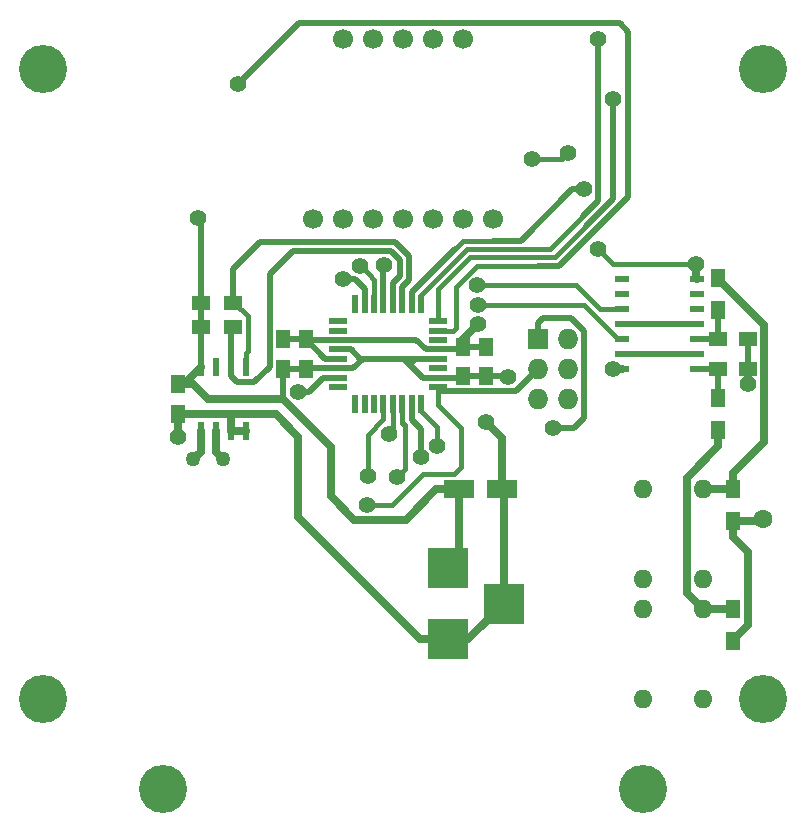
<source format=gbr>
G04 #@! TF.FileFunction,Copper,L1,Top,Signal*
%FSLAX46Y46*%
G04 Gerber Fmt 4.6, Leading zero omitted, Abs format (unit mm)*
G04 Created by KiCad (PCBNEW (2015-12-07 BZR 6352)-product) date Sat 20 Feb 2016 08:53:46 AM EST*
%MOMM*%
G01*
G04 APERTURE LIST*
%ADD10C,0.100000*%
%ADD11R,1.600000X0.550000*%
%ADD12R,0.550000X1.600000*%
%ADD13R,0.600000X1.550000*%
%ADD14R,1.250000X1.500000*%
%ADD15R,1.500000X1.250000*%
%ADD16R,1.727200X1.727200*%
%ADD17O,1.727200X1.727200*%
%ADD18R,3.500120X3.500120*%
%ADD19R,1.300000X1.500000*%
%ADD20O,1.600000X1.600000*%
%ADD21R,1.143000X0.508000*%
%ADD22C,1.270000*%
%ADD23R,1.500000X1.300000*%
%ADD24C,1.700000*%
%ADD25C,4.064000*%
%ADD26R,2.600960X1.600200*%
%ADD27C,1.400000*%
%ADD28C,1.600000*%
%ADD29C,0.508000*%
%ADD30C,0.635000*%
%ADD31C,0.431800*%
G04 APERTURE END LIST*
D10*
D11*
X27500000Y44710000D03*
X27500000Y43910000D03*
X27500000Y43110000D03*
X27500000Y42310000D03*
X27500000Y41510000D03*
X27500000Y40710000D03*
X27500000Y39910000D03*
X27500000Y39110000D03*
D12*
X28950000Y37660000D03*
X29750000Y37660000D03*
X30550000Y37660000D03*
X31350000Y37660000D03*
X32150000Y37660000D03*
X32950000Y37660000D03*
X33750000Y37660000D03*
X34550000Y37660000D03*
D11*
X36000000Y39110000D03*
X36000000Y39910000D03*
X36000000Y40710000D03*
X36000000Y41510000D03*
X36000000Y42310000D03*
X36000000Y43110000D03*
X36000000Y43910000D03*
X36000000Y44710000D03*
D12*
X34550000Y46160000D03*
X33750000Y46160000D03*
X32950000Y46160000D03*
X32150000Y46160000D03*
X31350000Y46160000D03*
X30550000Y46160000D03*
X29750000Y46160000D03*
X28950000Y46160000D03*
D13*
X15875000Y35400000D03*
X17145000Y35400000D03*
X18415000Y35400000D03*
X19685000Y35400000D03*
X19685000Y40800000D03*
X18415000Y40800000D03*
X17145000Y40800000D03*
X15875000Y40800000D03*
D14*
X40005000Y40025000D03*
X40005000Y42525000D03*
X24765000Y40660000D03*
X24765000Y43160000D03*
X38100000Y40025000D03*
X38100000Y42525000D03*
X22860000Y40660000D03*
X22860000Y43160000D03*
X13970000Y39350000D03*
X13970000Y36850000D03*
D15*
X59710000Y40640000D03*
X62210000Y40640000D03*
X59710000Y43180000D03*
X62210000Y43180000D03*
D16*
X44450000Y43180000D03*
D17*
X46990000Y43180000D03*
X44450000Y40640000D03*
X46990000Y40640000D03*
X44450000Y38100000D03*
X46990000Y38100000D03*
D18*
X36830000Y23779480D03*
X36830000Y17780000D03*
X41529000Y20779740D03*
D19*
X60960000Y30480000D03*
X60960000Y27780000D03*
X60960000Y20320000D03*
X60960000Y17620000D03*
X59690000Y48340000D03*
X59690000Y45640000D03*
X59690000Y38180000D03*
X59690000Y35480000D03*
D20*
X53340000Y22860000D03*
X58420000Y22860000D03*
X58420000Y30480000D03*
X53340000Y30480000D03*
X53340000Y12700000D03*
X58420000Y12700000D03*
X58420000Y20320000D03*
X53340000Y20320000D03*
D21*
X57912000Y40640000D03*
X57912000Y41910000D03*
X57912000Y43180000D03*
X57912000Y44450000D03*
X57912000Y45720000D03*
X57912000Y46990000D03*
X57912000Y48260000D03*
X51562000Y48260000D03*
X51562000Y46990000D03*
X51562000Y44450000D03*
X51562000Y43180000D03*
X51562000Y41910000D03*
X51562000Y40640000D03*
X51562000Y45720000D03*
D22*
X15240000Y33020000D03*
X17780000Y33020000D03*
D23*
X15922000Y44196000D03*
X18622000Y44196000D03*
X15922000Y46228000D03*
X18622000Y46228000D03*
D24*
X25400000Y53340000D03*
X27940000Y53340000D03*
X30480000Y53340000D03*
X33020000Y53340000D03*
X35560000Y53340000D03*
X38100000Y53340000D03*
X40640000Y53340000D03*
X38100000Y68580000D03*
X35560000Y68580000D03*
X33020000Y68580000D03*
X30480000Y68580000D03*
X27940000Y68580000D03*
D25*
X63500000Y66040000D03*
X63500000Y12700000D03*
X2540000Y12700000D03*
X2540000Y66040000D03*
D26*
X37779960Y30480000D03*
X41381680Y30480000D03*
D25*
X12700000Y5080000D03*
X53340000Y5080000D03*
D27*
X15609224Y53399806D03*
X41911520Y40005000D03*
X50800000Y40640000D03*
D28*
X63500000Y27940000D03*
D27*
X39370000Y44450000D03*
X40005000Y36195000D03*
X49530000Y50800000D03*
X62230000Y39370000D03*
X57785000Y49530000D03*
X13970000Y34925000D03*
X45720000Y35621999D03*
X35923270Y34128732D03*
X29974503Y29168739D03*
X34516006Y33232461D03*
X31426233Y49429920D03*
X24130000Y38735000D03*
X30027055Y31593989D03*
X46978070Y58913838D03*
X43900711Y58409861D03*
X31805265Y35109240D03*
X32481241Y31486090D03*
X19050000Y64770000D03*
X50800000Y63500000D03*
X49530000Y68580000D03*
X48321980Y55880000D03*
X29394738Y49386309D03*
X39260934Y47754425D03*
X39370000Y46104013D03*
X27940000Y48260000D03*
D29*
X28592202Y40710000D02*
X27500000Y40710000D01*
X27500000Y40710000D02*
X28808000Y40710000D01*
X24815000Y40710000D02*
X27500000Y40710000D01*
X36000000Y39910000D02*
X34692000Y39910000D01*
X37985000Y39910000D02*
X36000000Y39910000D01*
X38100000Y40025000D02*
X37985000Y39910000D01*
D30*
X37779960Y30480000D02*
X37779960Y24729440D01*
X37779960Y24729440D02*
X36830000Y23779480D01*
D29*
X15922000Y46228000D02*
X15922000Y53087030D01*
X15922000Y53087030D02*
X15609224Y53399806D01*
X15922000Y44196000D02*
X15922000Y46228000D01*
X15875000Y40800000D02*
X15875000Y44149000D01*
X15875000Y44149000D02*
X15922000Y44196000D01*
X36000000Y41510000D02*
X34036000Y41510000D01*
X34036000Y41510000D02*
X33528000Y41510000D01*
X33528000Y41074000D02*
X33600000Y41074000D01*
X33600000Y41074000D02*
X34036000Y41510000D01*
X33020000Y41510000D02*
X29972000Y41510000D01*
X33528000Y41510000D02*
X33020000Y41510000D01*
X33020000Y41510000D02*
X33092000Y41510000D01*
X33092000Y41510000D02*
X33528000Y41074000D01*
X33528000Y41074000D02*
X33528000Y41510000D01*
X34692000Y39910000D02*
X33528000Y41074000D01*
X29972000Y41510000D02*
X29392202Y41510000D01*
X28808000Y40710000D02*
X29608000Y41510000D01*
X29608000Y41510000D02*
X29972000Y41510000D01*
D30*
X26893891Y29891830D02*
X26893891Y34066109D01*
X36830000Y30480000D02*
X35830510Y30480000D01*
X26893891Y34066109D02*
X22860000Y38100000D01*
X35830510Y30480000D02*
X33247747Y27897237D01*
X28888484Y27897237D02*
X26893891Y29891830D01*
X33247747Y27897237D02*
X28888484Y27897237D01*
D29*
X40005000Y40025000D02*
X41891520Y40025000D01*
X41891520Y40025000D02*
X41911520Y40005000D01*
X24765000Y40660000D02*
X24815000Y40710000D01*
X22860000Y40660000D02*
X24765000Y40660000D01*
X22860000Y38100000D02*
X22860000Y40660000D01*
D30*
X13970000Y39350000D02*
X15230000Y39350000D01*
X15230000Y39350000D02*
X16480000Y38100000D01*
X16480000Y38100000D02*
X22860000Y38100000D01*
D29*
X40005000Y40025000D02*
X38100000Y40025000D01*
X36000000Y41510000D02*
X34907798Y41510000D01*
X29392202Y41510000D02*
X28592202Y42310000D01*
X28592202Y42310000D02*
X27500000Y42310000D01*
X28592202Y42310000D02*
X28754001Y42148201D01*
D30*
X50800000Y40640000D02*
X51562000Y40640000D01*
X13970000Y39350000D02*
X14425000Y39350000D01*
X14425000Y39350000D02*
X15875000Y40800000D01*
D29*
X27500000Y41510000D02*
X26415000Y41510000D01*
X26415000Y41510000D02*
X24765000Y43160000D01*
X24815000Y43110000D02*
X27500000Y43110000D01*
X24765000Y43160000D02*
X24815000Y43110000D01*
X27500000Y43110000D02*
X34107798Y43110000D01*
X37885000Y42310000D02*
X36000000Y42310000D01*
X38100000Y42525000D02*
X37885000Y42310000D01*
X34907798Y42310000D02*
X36000000Y42310000D01*
X34107798Y43110000D02*
X34907798Y42310000D01*
D30*
X60960000Y27780000D02*
X63340000Y27780000D01*
X63340000Y27780000D02*
X63500000Y27940000D01*
X41529000Y20779740D02*
X41529000Y30332680D01*
X41529000Y30332680D02*
X41381680Y30480000D01*
X41381680Y30480000D02*
X41381680Y34818320D01*
X41381680Y34818320D02*
X40005000Y36195000D01*
X34444940Y17780000D02*
X36830000Y17780000D01*
X24130000Y34925000D02*
X24130000Y28094940D01*
X24130000Y28094940D02*
X34444940Y17780000D01*
X22245000Y36810000D02*
X24130000Y34925000D01*
X60960000Y17620000D02*
X60960000Y17720000D01*
X60960000Y17720000D02*
X62181501Y18941501D01*
X62181501Y18941501D02*
X62181501Y25173499D01*
X62181501Y25173499D02*
X60960000Y26395000D01*
X60960000Y26395000D02*
X60960000Y27780000D01*
X38100000Y43180000D02*
X39370000Y44450000D01*
X38100000Y42525000D02*
X38100000Y43180000D01*
D31*
X49530000Y50800000D02*
X50800000Y49530000D01*
X50800000Y49530000D02*
X57785000Y49530000D01*
D30*
X62210000Y40640000D02*
X62210000Y39390000D01*
X62210000Y39390000D02*
X62230000Y39370000D01*
D29*
X22860000Y43160000D02*
X24765000Y43160000D01*
D30*
X13970000Y36850000D02*
X22205000Y36850000D01*
X22205000Y36850000D02*
X22245000Y36810000D01*
X13970000Y36850000D02*
X17780000Y36850000D01*
X18415000Y36810000D02*
X22245000Y36810000D01*
D29*
X40005000Y42525000D02*
X38100000Y42525000D01*
D30*
X57785000Y49530000D02*
X57785000Y48387000D01*
X57785000Y48387000D02*
X57912000Y48260000D01*
D29*
X62210000Y43180000D02*
X62210000Y40640000D01*
D30*
X13970000Y36850000D02*
X13970000Y34925000D01*
X18375000Y36850000D02*
X18415000Y36810000D01*
X18415000Y36810000D02*
X18415000Y35400000D01*
X18415000Y35400000D02*
X19685000Y35400000D01*
X36830000Y17780000D02*
X38529260Y17780000D01*
X38529260Y17780000D02*
X41529000Y20779740D01*
D29*
X59710000Y40640000D02*
X59710000Y38200000D01*
X59710000Y38200000D02*
X59690000Y38180000D01*
X57912000Y40640000D02*
X59710000Y40640000D01*
X59710000Y43180000D02*
X57912000Y43180000D01*
X59690000Y45640000D02*
X59690000Y43200000D01*
X59690000Y43200000D02*
X59710000Y43180000D01*
X47489923Y35621999D02*
X45720000Y35621999D01*
X44450000Y44551600D02*
X44450000Y43180000D01*
X44894489Y44996089D02*
X44450000Y44551600D01*
X48361601Y36493677D02*
X48361601Y43838369D01*
X47203881Y44996089D02*
X44894489Y44996089D01*
X48361601Y43838369D02*
X47203881Y44996089D01*
X47489923Y35621999D02*
X48361601Y36493677D01*
D31*
X35923270Y35118681D02*
X35923270Y34128732D01*
X35923270Y35761730D02*
X35923270Y35118681D01*
X34550000Y37135000D02*
X35923270Y35761730D01*
X34550000Y37660000D02*
X34550000Y37135000D01*
X36000000Y37628959D02*
X36000000Y39110000D01*
D29*
X36343001Y38766999D02*
X39370000Y38766999D01*
X36000000Y39110000D02*
X36343001Y38766999D01*
D31*
X36832541Y36796418D02*
X36000000Y37628959D01*
X34654489Y31750001D02*
X32073227Y29168739D01*
X37934932Y35697193D02*
X37934932Y32385998D01*
X32073227Y29168739D02*
X30964452Y29168739D01*
X37934932Y32385998D02*
X37298935Y31750001D01*
X37298935Y31750001D02*
X34654489Y31750001D01*
X36835707Y36796418D02*
X37934932Y35697193D01*
X30964452Y29168739D02*
X29974503Y29168739D01*
D29*
X39370000Y38766999D02*
X42576999Y38766999D01*
X43586401Y39776401D02*
X44450000Y40640000D01*
X42576999Y38766999D02*
X43586401Y39776401D01*
X33750000Y37660000D02*
X33750000Y36352000D01*
X34516006Y34222410D02*
X34516006Y33232461D01*
X34516006Y35585994D02*
X34516006Y34222410D01*
X33750000Y36352000D02*
X34516006Y35585994D01*
X31350000Y46160000D02*
X31350000Y49353687D01*
X31350000Y49353687D02*
X31426233Y49429920D01*
X27500000Y39910000D02*
X26192000Y39910000D01*
X25017000Y38735000D02*
X24130000Y38735000D01*
X26192000Y39910000D02*
X25017000Y38735000D01*
D31*
X31350000Y37660000D02*
X31350000Y36428200D01*
X31350000Y36428200D02*
X30027055Y35105255D01*
X30027055Y35105255D02*
X30027055Y32583938D01*
X30027055Y32583938D02*
X30027055Y31593989D01*
X46474093Y58409861D02*
X46978070Y58913838D01*
X43900711Y58409861D02*
X46474093Y58409861D01*
X32150000Y35453975D02*
X31805265Y35109240D01*
X32150000Y37660000D02*
X32150000Y35453975D01*
X33181240Y35887602D02*
X33181240Y32186089D01*
X32950000Y36118842D02*
X33181240Y35887602D01*
X32950000Y37660000D02*
X32950000Y36118842D01*
X33181240Y32186089D02*
X32481241Y31486090D01*
X37465000Y47625000D02*
X39230279Y49390279D01*
X36000000Y43910000D02*
X37231800Y43910000D01*
X39230279Y49390279D02*
X44450000Y49390279D01*
X37231800Y43910000D02*
X37465000Y44143200D01*
X37465000Y44143200D02*
X37465000Y47625000D01*
X44450000Y49390279D02*
X45062437Y49390279D01*
D29*
X48833001Y52008001D02*
X46215279Y49390279D01*
X46215279Y49390279D02*
X44450000Y49390279D01*
X52070000Y55245000D02*
X52070000Y69215000D01*
X19749999Y65469999D02*
X19050000Y64770000D01*
X24218001Y69938001D02*
X19749999Y65469999D01*
X48833001Y52008001D02*
X52070000Y55245000D01*
X51346999Y69938001D02*
X24218001Y69938001D01*
X52070000Y69215000D02*
X51346999Y69938001D01*
D31*
X45861544Y50114190D02*
X48517367Y52770013D01*
X44708702Y50114190D02*
X38684190Y50114190D01*
X38684190Y50114190D02*
X36000000Y47430000D01*
X44708702Y50114190D02*
X45861544Y50114190D01*
X36000000Y45416800D02*
X36000000Y44710000D01*
X36000000Y47430000D02*
X36000000Y45416800D01*
D29*
X48517367Y52770013D02*
X50800000Y55052646D01*
X50800000Y55052646D02*
X50800000Y62510051D01*
X50800000Y62510051D02*
X50800000Y63500000D01*
D31*
X45469708Y50800000D02*
X48260000Y53590292D01*
X44316866Y50800000D02*
X45469708Y50800000D01*
X44316866Y50800000D02*
X38400117Y50800000D01*
X34550000Y46949883D02*
X34550000Y46160000D01*
X38400117Y50800000D02*
X34550000Y46949883D01*
D29*
X48201731Y53532023D02*
X48260000Y53590292D01*
X48260000Y53590292D02*
X49530000Y54860292D01*
X48201729Y53532021D02*
X48201731Y53532023D01*
X49530000Y54860292D02*
X49530000Y67590051D01*
X49530000Y67590051D02*
X49530000Y68580000D01*
X33750000Y46160000D02*
X33750000Y47173647D01*
X33750000Y47173647D02*
X37376353Y50800000D01*
D31*
X38100264Y51523911D02*
X37376353Y50800000D01*
X40639734Y51523911D02*
X38100264Y51523911D01*
D29*
X42975942Y51523911D02*
X47332031Y55880000D01*
X47332031Y55880000D02*
X48321980Y55880000D01*
X40639734Y51523911D02*
X42975942Y51523911D01*
X32950001Y47627048D02*
X32950000Y46160000D01*
X18622000Y46228000D02*
X18622000Y49102000D01*
X18622000Y49102000D02*
X20919932Y51399932D01*
X32321709Y51399932D02*
X33531998Y50189643D01*
X20919932Y51399932D02*
X32321709Y51399932D01*
X33531998Y50189643D02*
X33531998Y48209047D01*
X33531998Y48209047D02*
X32950001Y47627048D01*
D31*
X18722000Y46228000D02*
X18622000Y46228000D01*
X19685000Y40800000D02*
X19685000Y42006800D01*
X19685000Y42006800D02*
X19837901Y42159701D01*
X19837901Y42159701D02*
X19837901Y45112099D01*
X19837901Y45112099D02*
X18722000Y46228000D01*
X18795810Y46054190D02*
X18622000Y46054190D01*
D29*
X32150000Y46160000D02*
X32150000Y47904694D01*
D31*
X26035000Y50637921D02*
X26924000Y50637921D01*
D29*
X23705721Y50637921D02*
X26035000Y50637921D01*
X18415000Y40800000D02*
X18415000Y40087798D01*
X18415000Y40087798D02*
X18981799Y39520999D01*
X18981799Y39520999D02*
X20388201Y39520999D01*
X20388201Y39520999D02*
X21730999Y40863797D01*
X21730999Y40863797D02*
X21730999Y48663199D01*
X21730999Y48663199D02*
X23705721Y50637921D01*
X18415000Y40800000D02*
X18415000Y43989000D01*
X18415000Y43989000D02*
X18622000Y44196000D01*
X32006074Y50637921D02*
X26924000Y50637921D01*
X26924000Y50637921D02*
X25872921Y50637921D01*
X32150000Y47904694D02*
X32769987Y48524681D01*
X32769987Y48524681D02*
X32769987Y49874008D01*
X32769987Y49874008D02*
X32006074Y50637921D01*
D31*
X30094737Y48686310D02*
X29394738Y49386309D01*
X30550000Y48231047D02*
X30094737Y48686310D01*
X30550000Y46160000D02*
X30550000Y48231047D01*
X47639957Y47754425D02*
X40250883Y47754425D01*
X40250883Y47754425D02*
X39260934Y47754425D01*
X51562000Y45720000D02*
X49674382Y45720000D01*
X49674382Y45720000D02*
X47639957Y47754425D01*
D29*
X29750000Y46160000D02*
X29750000Y47468000D01*
X29750000Y47468000D02*
X28958000Y48260000D01*
X28929949Y48260000D02*
X27940000Y48260000D01*
X28958000Y48260000D02*
X28929949Y48260000D01*
D31*
X48320487Y46104013D02*
X40359949Y46104013D01*
X40359949Y46104013D02*
X39370000Y46104013D01*
X51562000Y43180000D02*
X51244500Y43180000D01*
X51244500Y43180000D02*
X48320487Y46104013D01*
D30*
X58420000Y30480000D02*
X60960000Y30480000D01*
X60960000Y30480000D02*
X60960000Y31865000D01*
X60960000Y31865000D02*
X63531501Y34436501D01*
X63531501Y34436501D02*
X63531501Y44398499D01*
X63531501Y44398499D02*
X59690000Y48240000D01*
X59690000Y48240000D02*
X59690000Y48340000D01*
X59690000Y34095000D02*
X57052499Y31457499D01*
X57052499Y31457499D02*
X57052499Y21687501D01*
X57052499Y21687501D02*
X57620001Y21119999D01*
X57620001Y21119999D02*
X58420000Y20320000D01*
X58420000Y20320000D02*
X60960000Y20320000D01*
X60960000Y20220000D02*
X60960000Y20320000D01*
X59690000Y34095000D02*
X59690000Y35480000D01*
X15875000Y35400000D02*
X15875000Y33655000D01*
X15875000Y33655000D02*
X15240000Y33020000D01*
X17145000Y35400000D02*
X17145000Y33655000D01*
X17145000Y33655000D02*
X17780000Y33020000D01*
D29*
X57912000Y44450000D02*
X51562000Y44450000D01*
X57912000Y41910000D02*
X51562000Y41910000D01*
M02*

</source>
